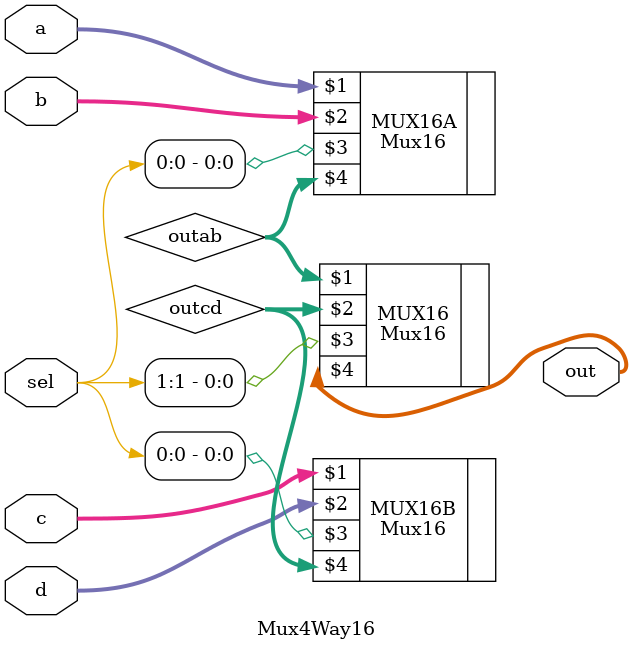
<source format=v>
/**
 * 16-bit multiplexor:
 * for i = 0..15 out[i] = a[i] if sel == 0
 *                        b[i] if sel == 1
 */

`default_nettype none
module Mux4Way16(
    input [15:0] a,
    input [15:0] b,
    input [15:0] c,
    input [15:0] d,
       input [1:0] sel,
    output [15:0] out
);

    // Put your code here:
    wire  [15:0] outab;
    wire  [15:0] outcd;

    Mux16 MUX16A(a[15:0], b[15:0], sel[0], outab[15:0]);
    Mux16 MUX16B(c[15:0], d[15:0], sel[0], outcd[15:0]);
    Mux16 MUX16(outab[15:0], outcd[15:0], sel[1], out[15:0]);
endmodule

</source>
